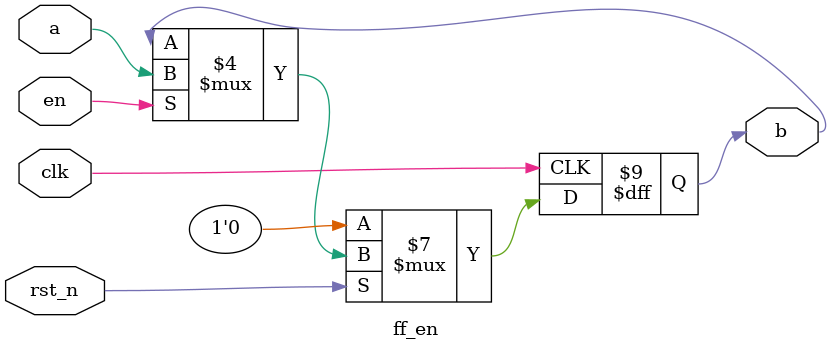
<source format=v>


// The result of translation follows.  Its copyright status should be
// considered unchanged from the original VHDL.

// no timescale needed

module ff_en(
input wire clk,
input wire rst_n,
input wire en,
input wire a,
output reg b
);





  always @(posedge clk) begin
    if((rst_n == 1'b0)) begin
      b <= 1'b0;
    end
    else if((en == 1'b1)) begin
      b <= a;
    end
  end


endmodule

</source>
